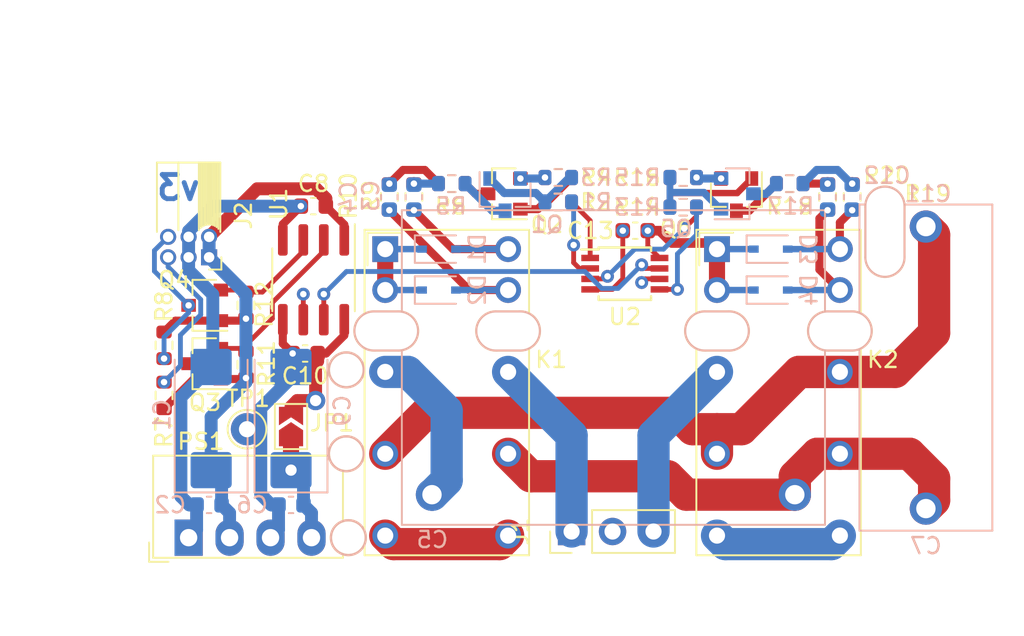
<source format=kicad_pcb>
(kicad_pcb (version 20171130) (host pcbnew "(5.1.10)-1")
  (layers (0 F.Cu signal) (1 In1.Cu signal) (2 In2.Cu signal) (31 B.Cu signal) (34 B.Paste user) (35 F.Paste user) (36 B.SilkS user) (37 F.SilkS user) (38 B.Mask user) (39 F.Mask user) (44 Edge.Cuts user))
  (net 0 "")
  (net 1 "Net-(C3-Pad2)")
  (net 2 "Net-(C3-Pad1)")
  (net 3 "Net-(C4-Pad2)")
  (net 4 "Net-(C4-Pad1)")
  (net 5 GND1)
  (net 6 +5P)
  (net 7 "Net-(C11-Pad1)")
  (net 8 GND2)
  (net 9 +5VP)
  (net 10 "Net-(J1-Pad1)")
  (net 11 /scl0)
  (net 12 /sda0)
  (net 13 "Net-(K1-Pad8)")
  (net 14 "Net-(K2-Pad8)")
  (net 15 /I2C_SDA)
  (net 16 /I2C_SCL)
  (net 17 "Net-(Q5-Pad1)")
  (net 18 "Net-(Q6-Pad1)")
  (net 19 /K1_set)
  (net 20 /K1_rst)
  (net 21 /K2_set)
  (net 22 /K2_rst)
  (net 23 "Net-(J1-Pad3)")
  (net 24 "Net-(Q5-Pad3)")
  (net 25 "Net-(Q6-Pad3)")
  (net 26 "Net-(C5-Pad2)")
  (net 27 "Net-(C5-Pad1)")
  (net 28 "Net-(C6-Pad2)")
  (net 29 "Net-(C7-Pad1)")
  (net 30 "Net-(C11-Pad2)")
  (net 31 "Net-(C12-Pad2)")
  (net 32 "Net-(C12-Pad1)")
  (net 33 "Net-(Q1-Pad3)")
  (net 34 "Net-(Q1-Pad1)")
  (net 35 "Net-(Q2-Pad3)")
  (net 36 "Net-(Q2-Pad1)")
  (net 37 "Net-(Q3-Pad2)")
  (net 38 "Net-(Q4-Pad2)")
  (module Modules:MountingHole_2.29x5.46mm (layer F.Cu) (at 103.101 59.3625)
    (fp_text reference REF** hide)
    (fp_text value MountingHole_2.29x5.46mm hide)
    (pad "" np_thru_hole oval (at 0 0) (size 2.29 5.46) (drill oval 2.29 5.46) (layers *.Cu *.Mask))
  )
  (module Modules:MountingHole_2.29x3.81mm (layer F.Cu) (at 100.307 65.522)
    (fp_text reference REF** hide)
    (fp_text value MountingHole_2.29x3.81mm hide)
    (pad "" np_thru_hole oval (at 0 0 90) (size 2.29 3.81) (drill oval 2.29 3.81) (layers *.Cu *.Mask))
  )
  (module Modules:MountingHole_2.29x3.81mm (layer F.Cu) (at 92.687 65.522)
    (fp_text reference REF** hide)
    (fp_text value MountingHole_2.29x3.81mm hide)
    (pad "" np_thru_hole oval (at 0 0 90) (size 2.29 3.81) (drill oval 2.29 3.81) (layers *.Cu *.Mask))
  )
  (module Modules:MountingHole_2.29x3.81mm (layer F.Cu) (at 79.733 65.522)
    (fp_text reference REF** hide)
    (fp_text value MountingHole_2.29x3.81mm hide)
    (pad "" np_thru_hole oval (at 0 0 90) (size 2.29 3.81) (drill oval 2.29 3.81) (layers *.Cu *.Mask))
  )
  (module Modules:MountingHole_2.29x3.81mm (layer F.Cu) (at 72.1765 65.522)
    (fp_text reference REF** hide)
    (fp_text value MountingHole_2.29x3.81mm hide)
    (pad "" np_thru_hole oval (at 0 0 90) (size 2.29 3.81) (drill oval 2.29 3.81) (layers *.Cu *.Mask))
  )
  (module Modules:MountingHole_D2.0mm (layer F.Cu) (at 69.7 67.935)
    (fp_text reference REF** hide)
    (fp_text value MountingHole_D2.0mm hide)
    (pad "" np_thru_hole circle (at 0 0 90) (size 2 2) (drill 2) (layers *.Cu *.Mask))
  )
  (module Modules:MountingHole_D2.0mm (layer F.Cu) (at 69.7 73.142)
    (fp_text reference REF** hide)
    (fp_text value MountingHole_D2.0mm hide)
    (pad "" np_thru_hole circle (at 0 0 90) (size 2 2) (drill 2) (layers *.Cu *.Mask))
  )
  (module Modules:MountingHole_D2.0mm (layer F.Cu) (at 69.827 78.349)
    (fp_text reference REF** hide)
    (fp_text value MountingHole_D2.0mm hide)
    (pad "" np_thru_hole circle (at 0 0 90) (size 2 2) (drill 2) (layers *.Cu *.Mask))
  )
  (module Connector_PinSocket_1.27mm:PinSocket_2x03_P1.27mm_Horizontal (layer F.Cu) (at 61.191 60.95 270)
    (fp_text reference J2 (at -2.5925 -2.135 90) (layer F.SilkS))
    (fp_text value Dig_mod_iface)
    (pad 6 thru_hole oval (at -1.27 2.54 270) (size 1 1) (drill 0.65) (layers *.Cu *.Mask) (net 11 /scl0))
    (pad 5 thru_hole oval (at 0 2.54 270) (size 1 1) (drill 0.65) (layers *.Cu *.Mask) (net 12 /sda0))
    (pad 4 thru_hole oval (at -1.27 1.27 270) (size 1 1) (drill 0.65) (layers *.Cu *.Mask) (net 5 GND1))
    (pad 3 thru_hole oval (at 0 1.27 270) (size 1 1) (drill 0.65) (layers *.Cu *.Mask) (net 5 GND1))
    (pad 2 thru_hole oval (at -1.27 0 270) (size 1 1) (drill 0.65) (layers *.Cu *.Mask) (net 6 +5P))
    (pad 1 thru_hole rect (at 0 0 270) (size 1 1) (drill 0.65) (layers *.Cu *.Mask) (net 6 +5P))
  )
  (module Modules:C_K73-17_W26.0mm_H15.0mm_T9.0mm_P22.5mm_d0.8mm_Horiz2 (layer B.Cu) (at 75.013 75.682)
    (fp_text reference C5 (at 0.021 2.794) (layer B.SilkS) (effects (justify mirror)))
    (fp_text value 0.47uF)
    (pad 2 thru_hole circle (at 22.5 0) (size 2 2) (drill 1.2) (layers *.Cu *.Mask) (net 26 "Net-(C5-Pad2)"))
    (pad 1 thru_hole circle (at 0 0) (size 2 2) (drill 1.2) (layers *.Cu *.Mask) (net 27 "Net-(C5-Pad1)"))
  )
  (module Package_SO:SOIC-8_3.9x4.9mm_P1.27mm (layer F.Cu) (at 67.668 62.347 270)
    (fp_text reference U1 (at -4.699 2.159 270) (layer F.SilkS))
    (fp_text value ADuM1251ARZ)
    (pad 8 smd roundrect (at 2.475 -1.905 270) (size 1.95 0.6) (layers F.Cu F.Paste F.Mask) (net 9 +5VP))
    (pad 7 smd roundrect (at 2.475 -0.635 270) (size 1.95 0.6) (layers F.Cu F.Paste F.Mask) (net 15 /I2C_SDA))
    (pad 6 smd roundrect (at 2.475 0.635 270) (size 1.95 0.6) (layers F.Cu F.Paste F.Mask) (net 16 /I2C_SCL))
    (pad 5 smd roundrect (at 2.475 1.905 270) (size 1.95 0.6) (layers F.Cu F.Paste F.Mask) (net 8 GND2))
    (pad 4 smd roundrect (at -2.475 1.905 270) (size 1.95 0.6) (layers F.Cu F.Paste F.Mask) (net 5 GND1))
    (pad 3 smd roundrect (at -2.475 0.635 270) (size 1.95 0.6) (layers F.Cu F.Paste F.Mask) (net 38 "Net-(Q4-Pad2)"))
    (pad 2 smd roundrect (at -2.475 -0.635 270) (size 1.95 0.6) (layers F.Cu F.Paste F.Mask) (net 37 "Net-(Q3-Pad2)"))
    (pad 1 smd roundrect (at -2.475 -1.905 270) (size 1.95 0.6) (layers F.Cu F.Paste F.Mask) (net 6 +5P))
  )
  (module Resistor_SMD:R_0603_1608Metric (layer F.Cu) (at 90.592 55.997)
    (fp_text reference R16 (at -2.858 0 -180) (layer F.SilkS))
    (fp_text value 20k)
    (pad 2 smd roundrect (at 0.825 0) (size 0.8 0.95) (layers F.Cu F.Paste F.Mask) (net 8 GND2))
    (pad 1 smd roundrect (at -0.825 0) (size 0.8 0.95) (layers F.Cu F.Paste F.Mask) (net 18 "Net-(Q6-Pad1)"))
  )
  (module Resistor_SMD:R_0603_1608Metric (layer B.Cu) (at 90.592 55.997)
    (fp_text reference R15 (at -2.858 0) (layer B.SilkS) (effects (justify mirror)))
    (fp_text value 20k)
    (pad 2 smd roundrect (at 0.825 0) (size 0.8 0.95) (layers B.Cu B.Paste B.Mask) (net 8 GND2))
    (pad 1 smd roundrect (at -0.825 0) (size 0.8 0.95) (layers B.Cu B.Paste B.Mask) (net 17 "Net-(Q5-Pad1)"))
  )
  (module Resistor_SMD:R_0603_1608Metric (layer F.Cu) (at 90.591 57.8385)
    (fp_text reference R14 (at -2.857 0 -180) (layer F.SilkS))
    (fp_text value 1k)
    (pad 2 smd roundrect (at 0.825 0) (size 0.8 0.95) (layers F.Cu F.Paste F.Mask) (net 22 /K2_rst))
    (pad 1 smd roundrect (at -0.825 0) (size 0.8 0.95) (layers F.Cu F.Paste F.Mask) (net 18 "Net-(Q6-Pad1)"))
  )
  (module Resistor_SMD:R_0603_1608Metric (layer B.Cu) (at 90.591 57.8385)
    (fp_text reference R13 (at -2.857 0) (layer B.SilkS) (effects (justify mirror)))
    (fp_text value 1k)
    (pad 2 smd roundrect (at 0.825 0) (size 0.8 0.95) (layers B.Cu B.Paste B.Mask) (net 21 /K2_set))
    (pad 1 smd roundrect (at -0.825 0) (size 0.8 0.95) (layers B.Cu B.Paste B.Mask) (net 17 "Net-(Q5-Pad1)"))
  )
  (module Resistor_SMD:R_0603_1608Metric (layer F.Cu) (at 82.844 55.997 180)
    (fp_text reference R4 (at -2.35 0) (layer F.SilkS))
    (fp_text value 20k)
    (pad 2 smd roundrect (at 0.825 0 180) (size 0.8 0.95) (layers F.Cu F.Paste F.Mask) (net 8 GND2))
    (pad 1 smd roundrect (at -0.825 0 180) (size 0.8 0.95) (layers F.Cu F.Paste F.Mask) (net 36 "Net-(Q2-Pad1)"))
  )
  (module Resistor_SMD:R_0603_1608Metric (layer F.Cu) (at 82.844 57.521)
    (fp_text reference R2 (at 2.35 0) (layer F.SilkS))
    (fp_text value 1k)
    (pad 2 smd roundrect (at 0.825 0) (size 0.8 0.95) (layers F.Cu F.Paste F.Mask) (net 20 /K1_rst))
    (pad 1 smd roundrect (at -0.825 0) (size 0.8 0.95) (layers F.Cu F.Paste F.Mask) (net 36 "Net-(Q2-Pad1)"))
  )
  (module Resistor_SMD:R_0603_1608Metric (layer B.Cu) (at 82.844 55.997 180)
    (fp_text reference R3 (at -2.35 0) (layer B.SilkS) (effects (justify mirror)))
    (fp_text value 20k)
    (pad 2 smd roundrect (at 0.825 0 180) (size 0.8 0.95) (layers B.Cu B.Paste B.Mask) (net 8 GND2))
    (pad 1 smd roundrect (at -0.825 0 180) (size 0.8 0.95) (layers B.Cu B.Paste B.Mask) (net 34 "Net-(Q1-Pad1)"))
  )
  (module Resistor_SMD:R_0603_1608Metric (layer B.Cu) (at 82.844 57.521)
    (fp_text reference R1 (at 2.35 0) (layer B.SilkS) (effects (justify mirror)))
    (fp_text value 1k)
    (pad 2 smd roundrect (at 0.825 0) (size 0.8 0.95) (layers B.Cu B.Paste B.Mask) (net 19 /K1_set))
    (pad 1 smd roundrect (at -0.825 0) (size 0.8 0.95) (layers B.Cu B.Paste B.Mask) (net 34 "Net-(Q1-Pad1)"))
  )
  (module Package_TO_SOT_SMD:SOT-23 (layer F.Cu) (at 93.891 57.0605 270)
    (fp_text reference Q6 (at 2.1115 3.744) (layer F.SilkS))
    (fp_text value 2N5551S)
    (pad 3 smd rect (at 1 0 270) (size 0.9 0.8) (layers F.Cu F.Paste F.Mask) (net 25 "Net-(Q6-Pad3)"))
    (pad 2 smd rect (at -1 0.95 270) (size 0.9 0.8) (layers F.Cu F.Paste F.Mask) (net 8 GND2))
    (pad 1 smd rect (at -1 -0.95 270) (size 0.9 0.8) (layers F.Cu F.Paste F.Mask) (net 18 "Net-(Q6-Pad1)"))
  )
  (module Package_TO_SOT_SMD:SOT-23 (layer B.Cu) (at 93.941 57.0105)
    (fp_text reference Q5 (at -3.794 2.1615) (layer B.SilkS) (effects (justify mirror)))
    (fp_text value 2N5551S)
    (pad 3 smd rect (at 1 0) (size 0.9 0.8) (layers B.Cu B.Paste B.Mask) (net 24 "Net-(Q5-Pad3)"))
    (pad 2 smd rect (at -1 -0.95) (size 0.9 0.8) (layers B.Cu B.Paste B.Mask) (net 8 GND2))
    (pad 1 smd rect (at -1 0.95) (size 0.9 0.8) (layers B.Cu B.Paste B.Mask) (net 17 "Net-(Q5-Pad1)"))
  )
  (module Package_TO_SOT_SMD:SOT-23 (layer F.Cu) (at 79.495 57.0105 180)
    (fp_text reference Q2 (at -2.651 -1.9075) (layer F.SilkS))
    (fp_text value 2N5551S)
    (pad 3 smd rect (at 1 0 180) (size 0.9 0.8) (layers F.Cu F.Paste F.Mask) (net 35 "Net-(Q2-Pad3)"))
    (pad 2 smd rect (at -1 0.95 180) (size 0.9 0.8) (layers F.Cu F.Paste F.Mask) (net 8 GND2))
    (pad 1 smd rect (at -1 -0.95 180) (size 0.9 0.8) (layers F.Cu F.Paste F.Mask) (net 36 "Net-(Q2-Pad1)"))
  )
  (module Package_TO_SOT_SMD:SOT-23 (layer B.Cu) (at 79.545 57.0605 270)
    (fp_text reference Q1 (at 1.8575 -2.601 180) (layer B.SilkS) (effects (justify mirror)))
    (fp_text value 2N5551S)
    (pad 3 smd rect (at 1 0 270) (size 0.9 0.8) (layers B.Cu B.Paste B.Mask) (net 33 "Net-(Q1-Pad3)"))
    (pad 2 smd rect (at -1 -0.95 270) (size 0.9 0.8) (layers B.Cu B.Paste B.Mask) (net 8 GND2))
    (pad 1 smd rect (at -1 0.95 270) (size 0.9 0.8) (layers B.Cu B.Paste B.Mask) (net 34 "Net-(Q1-Pad1)"))
  )
  (module Capacitor_SMD:C_0603_1608Metric (layer F.Cu) (at 67.147 66.919)
    (fp_text reference C10 (at 0 1.397) (layer F.SilkS))
    (fp_text value 100nF)
    (pad 2 smd roundrect (at 0.775 0) (size 0.9 0.95) (layers F.Cu F.Paste F.Mask) (net 9 +5VP))
    (pad 1 smd roundrect (at -0.775 0) (size 0.9 0.95) (layers F.Cu F.Paste F.Mask) (net 8 GND2))
  )
  (module Capacitor_SMD:C_0603_1608Metric (layer F.Cu) (at 67.655 57.775)
    (fp_text reference C8 (at 0.013 -1.397) (layer F.SilkS))
    (fp_text value 100nF)
    (pad 2 smd roundrect (at 0.775 0) (size 0.9 0.95) (layers F.Cu F.Paste F.Mask) (net 6 +5P))
    (pad 1 smd roundrect (at -0.775 0) (size 0.9 0.95) (layers F.Cu F.Paste F.Mask) (net 5 GND1))
  )
  (module Modules:HFD2-005-S-L2-D (layer F.Cu) (at 92.687 60.442 270)
    (fp_text reference K2 (at 6.858 -10.287) (layer F.SilkS))
    (fp_text value HFD2_005-S-L2-D_Split)
    (pad 1 thru_hole rect (at 0 0 270) (size 1.6 1.6) (drill 1) (layers *.Cu *.Mask) (net 9 +5VP))
    (pad 2 thru_hole circle (at 2.54 0 270) (size 1.6 1.6) (drill 1) (layers *.Cu *.Mask) (net 9 +5VP))
    (pad 4 thru_hole circle (at 7.62 0 270) (size 1.6 1.6) (drill 1) (layers *.Cu *.Mask) (net 23 "Net-(J1-Pad3)"))
    (pad 6 thru_hole circle (at 12.7 0 270) (size 1.6 1.6) (drill 1) (layers *.Cu *.Mask) (net 29 "Net-(C7-Pad1)"))
    (pad 8 thru_hole circle (at 17.78 0 270) (size 1.6 1.6) (drill 1) (layers *.Cu *.Mask) (net 14 "Net-(K2-Pad8)"))
    (pad 9 thru_hole circle (at 17.78 -7.62 270) (size 1.6 1.6) (drill 1) (layers *.Cu *.Mask) (net 14 "Net-(K2-Pad8)"))
    (pad 11 thru_hole circle (at 12.7 -7.62 270) (size 1.6 1.6) (drill 1) (layers *.Cu *.Mask) (net 26 "Net-(C5-Pad2)"))
    (pad 13 thru_hole circle (at 7.62 -7.62 270) (size 1.6 1.6) (drill 1) (layers *.Cu *.Mask) (net 29 "Net-(C7-Pad1)"))
    (pad 15 thru_hole circle (at 2.54 -7.62 270) (size 1.6 1.6) (drill 1) (layers *.Cu *.Mask) (net 31 "Net-(C12-Pad2)"))
    (pad 16 thru_hole circle (at 0 -7.62 270) (size 1.6 1.6) (drill 1) (layers *.Cu *.Mask) (net 30 "Net-(C11-Pad2)"))
  )
  (module Modules:PinHeader_1x03_P2.54mm (layer F.Cu) (at 83.67 77.968 90)
    (fp_text reference J1 (at 0 -3.175 270) (layer F.SilkS))
    (fp_text value Load2)
    (pad 1 thru_hole rect (at 0 0 90) (size 1.7 1.7) (drill 1) (layers *.Cu *.Mask) (net 10 "Net-(J1-Pad1)"))
    (pad 2 thru_hole oval (at 0 2.54 90) (size 1.7 1.7) (drill 1) (layers *.Cu *.Mask))
    (pad 3 thru_hole oval (at 0 5.08 90) (size 1.7 1.7) (drill 1) (layers *.Cu *.Mask) (net 23 "Net-(J1-Pad3)"))
  )
  (module Package_SO:TSSOP-8_3x3mm_P0.65mm (layer F.Cu) (at 86.972 61.966)
    (fp_text reference U2 (at 0 2.667 180) (layer F.SilkS))
    (fp_text value PCA9536DP)
    (pad 8 smd rect (at 2.15 -0.975) (size 1.1 0.4) (layers F.Cu F.Paste F.Mask) (net 9 +5VP))
    (pad 7 smd rect (at 2.15 -0.325) (size 1.1 0.4) (layers F.Cu F.Paste F.Mask) (net 15 /I2C_SDA))
    (pad 6 smd rect (at 2.15 0.325) (size 1.1 0.4) (layers F.Cu F.Paste F.Mask) (net 16 /I2C_SCL))
    (pad 5 smd rect (at 2.15 0.975) (size 1.1 0.4) (layers F.Cu F.Paste F.Mask) (net 21 /K2_set))
    (pad 4 smd rect (at -2.15 0.975) (size 1.1 0.4) (layers F.Cu F.Paste F.Mask) (net 8 GND2))
    (pad 3 smd rect (at -2.15 0.325) (size 1.1 0.4) (layers F.Cu F.Paste F.Mask) (net 22 /K2_rst))
    (pad 2 smd rect (at -2.15 -0.325) (size 1.1 0.4) (layers F.Cu F.Paste F.Mask) (net 19 /K1_set))
    (pad 1 smd rect (at -2.15 -0.975) (size 1.1 0.4) (layers F.Cu F.Paste F.Mask) (net 20 /K1_rst))
  )
  (module TestPoint:TestPoint_THTPad_D2.0mm_Drill1.0mm (layer F.Cu) (at 63.5405 71.618)
    (fp_text reference TP1 (at 0.0635 -1.905) (layer F.SilkS))
    (fp_text value GND)
    (pad 1 thru_hole circle (at 0 0) (size 2 2) (drill 1) (layers *.Cu *.Mask) (net 8 GND2))
  )
  (module Resistor_SMD:R_0603_1608Metric (layer F.Cu) (at 63.477 63.934 270)
    (fp_text reference R12 (at -0.063 -1.143 270) (layer F.SilkS))
    (fp_text value 10k)
    (pad 2 smd roundrect (at 0.825 0 270) (size 0.8 0.95) (layers F.Cu F.Paste F.Mask) (net 6 +5P))
    (pad 1 smd roundrect (at -0.825 0 270) (size 0.8 0.95) (layers F.Cu F.Paste F.Mask) (net 38 "Net-(Q4-Pad2)"))
  )
  (module Resistor_SMD:R_0603_1608Metric (layer F.Cu) (at 63.477 67.617 270)
    (fp_text reference R11 (at -0.063 -1.27 270) (layer F.SilkS))
    (fp_text value 10k)
    (pad 2 smd roundrect (at 0.825 0 270) (size 0.8 0.95) (layers F.Cu F.Paste F.Mask) (net 6 +5P))
    (pad 1 smd roundrect (at -0.825 0 270) (size 0.8 0.95) (layers F.Cu F.Paste F.Mask) (net 37 "Net-(Q3-Pad2)"))
  )
  (module Resistor_SMD:R_0603_1608Metric (layer F.Cu) (at 58.397 66.4115 90)
    (fp_text reference R8 (at 2.413 0 90) (layer F.SilkS))
    (fp_text value 10G)
    (pad 2 smd roundrect (at 0.825 0 90) (size 0.8 0.95) (layers F.Cu F.Paste F.Mask) (net 6 +5P))
    (pad 1 smd roundrect (at -0.825 0 90) (size 0.8 0.95) (layers F.Cu F.Paste F.Mask) (net 11 /scl0))
  )
  (module Resistor_SMD:R_0603_1608Metric (layer F.Cu) (at 58.397 69.522 270)
    (fp_text reference R7 (at 2.286 0 90) (layer F.SilkS))
    (fp_text value 10G)
    (pad 2 smd roundrect (at 0.825 0 270) (size 0.8 0.95) (layers F.Cu F.Paste F.Mask) (net 6 +5P))
    (pad 1 smd roundrect (at -0.825 0 270) (size 0.8 0.95) (layers F.Cu F.Paste F.Mask) (net 12 /sda0))
  )
  (module Resistor_SMD:R_0603_1608Metric (layer F.Cu) (at 99.545 57.204 270)
    (fp_text reference R20 (at -1.334 -3.683) (layer F.SilkS))
    (fp_text value 820)
    (pad 2 smd roundrect (at 0.825 0 270) (size 0.8 0.95) (layers F.Cu F.Paste F.Mask) (net 31 "Net-(C12-Pad2)"))
    (pad 1 smd roundrect (at -0.825 0 270) (size 0.8 0.95) (layers F.Cu F.Paste F.Mask) (net 32 "Net-(C12-Pad1)"))
  )
  (module Resistor_SMD:R_0603_1608Metric (layer F.Cu) (at 101.069 57.204 270)
    (fp_text reference R19 (at -0.191 -4.699 180) (layer F.SilkS))
    (fp_text value 820)
    (pad 2 smd roundrect (at 0.825 0 270) (size 0.8 0.95) (layers F.Cu F.Paste F.Mask) (net 30 "Net-(C11-Pad2)"))
    (pad 1 smd roundrect (at -0.825 0 270) (size 0.8 0.95) (layers F.Cu F.Paste F.Mask) (net 7 "Net-(C11-Pad1)"))
  )
  (module Resistor_SMD:R_0603_1608Metric (layer F.Cu) (at 72.367 57.204 270)
    (fp_text reference R10 (at -0.064 2.54 90) (layer F.SilkS))
    (fp_text value 820)
    (pad 2 smd roundrect (at 0.825 0 270) (size 0.8 0.95) (layers F.Cu F.Paste F.Mask) (net 3 "Net-(C4-Pad2)"))
    (pad 1 smd roundrect (at -0.825 0 270) (size 0.8 0.95) (layers F.Cu F.Paste F.Mask) (net 4 "Net-(C4-Pad1)"))
  )
  (module Resistor_SMD:R_0603_1608Metric (layer F.Cu) (at 73.891 57.204 270)
    (fp_text reference R9 (at -0.064 2.667 270) (layer F.SilkS))
    (fp_text value 820)
    (pad 2 smd roundrect (at 0.825 0 270) (size 0.8 0.95) (layers F.Cu F.Paste F.Mask) (net 1 "Net-(C3-Pad2)"))
    (pad 1 smd roundrect (at -0.825 0 270) (size 0.8 0.95) (layers F.Cu F.Paste F.Mask) (net 2 "Net-(C3-Pad1)"))
  )
  (module Resistor_SMD:R_0603_1608Metric (layer F.Cu) (at 97.196 56.378)
    (fp_text reference R18 (at -0.0005 1.397 -180) (layer F.SilkS))
    (fp_text value 47)
    (pad 2 smd roundrect (at 0.825 0) (size 0.8 0.95) (layers F.Cu F.Paste F.Mask) (net 32 "Net-(C12-Pad1)"))
    (pad 1 smd roundrect (at -0.825 0) (size 0.8 0.95) (layers F.Cu F.Paste F.Mask) (net 25 "Net-(Q6-Pad3)"))
  )
  (module Resistor_SMD:R_0603_1608Metric (layer B.Cu) (at 97.196 56.378)
    (fp_text reference R17 (at 0.063 1.397) (layer B.SilkS) (effects (justify mirror)))
    (fp_text value 47)
    (pad 2 smd roundrect (at 0.825 0) (size 0.8 0.95) (layers B.Cu B.Paste B.Mask) (net 7 "Net-(C11-Pad1)"))
    (pad 1 smd roundrect (at -0.825 0) (size 0.8 0.95) (layers B.Cu B.Paste B.Mask) (net 24 "Net-(Q5-Pad3)"))
  )
  (module Resistor_SMD:R_0603_1608Metric (layer F.Cu) (at 76.24 56.378 180)
    (fp_text reference R6 (at 0.063 -1.397 180) (layer F.SilkS))
    (fp_text value 47)
    (pad 2 smd roundrect (at 0.825 0 180) (size 0.8 0.95) (layers F.Cu F.Paste F.Mask) (net 4 "Net-(C4-Pad1)"))
    (pad 1 smd roundrect (at -0.825 0 180) (size 0.8 0.95) (layers F.Cu F.Paste F.Mask) (net 35 "Net-(Q2-Pad3)"))
  )
  (module Resistor_SMD:R_0603_1608Metric (layer B.Cu) (at 76.24 56.378 180)
    (fp_text reference R5 (at 0.063 -1.397) (layer B.SilkS) (effects (justify mirror)))
    (fp_text value 47)
    (pad 2 smd roundrect (at 0.825 0 180) (size 0.8 0.95) (layers B.Cu B.Paste B.Mask) (net 2 "Net-(C3-Pad1)"))
    (pad 1 smd roundrect (at -0.825 0 180) (size 0.8 0.95) (layers B.Cu B.Paste B.Mask) (net 33 "Net-(Q1-Pad3)"))
  )
  (module Package_TO_SOT_SMD:SOT-23 (layer F.Cu) (at 60.921 63.932 180)
    (fp_text reference Q4 (at 1.889 1.585 180) (layer F.SilkS))
    (fp_text value BSS138)
    (pad 3 smd rect (at 1 0 180) (size 0.9 0.8) (layers F.Cu F.Paste F.Mask) (net 11 /scl0))
    (pad 2 smd rect (at -1 0.95 180) (size 0.9 0.8) (layers F.Cu F.Paste F.Mask) (net 38 "Net-(Q4-Pad2)"))
    (pad 1 smd rect (at -1 -0.95 180) (size 0.9 0.8) (layers F.Cu F.Paste F.Mask) (net 6 +5P))
  )
  (module Package_TO_SOT_SMD:SOT-23 (layer F.Cu) (at 60.921 67.554 180)
    (fp_text reference Q3 (at -0.016 -2.413 180) (layer F.SilkS))
    (fp_text value BSS138)
    (pad 3 smd rect (at 1 0 180) (size 0.9 0.8) (layers F.Cu F.Paste F.Mask) (net 12 /sda0))
    (pad 2 smd rect (at -1 0.95 180) (size 0.9 0.8) (layers F.Cu F.Paste F.Mask) (net 37 "Net-(Q3-Pad2)"))
    (pad 1 smd rect (at -1 -0.95 180) (size 0.9 0.8) (layers F.Cu F.Paste F.Mask) (net 6 +5P))
  )
  (module Modules:B0505S (layer F.Cu) (at 59.921 78.349 90)
    (fp_text reference PS1 (at 5.969 0.762 180) (layer F.SilkS))
    (fp_text value B0505S)
    (pad 4 thru_hole oval (at 0 7.62) (size 1.75 2.25) (drill 1.075) (layers *.Cu *.Mask) (net 28 "Net-(C6-Pad2)"))
    (pad 3 thru_hole oval (at 0 5.08) (size 1.75 2.25) (drill 1.075) (layers *.Cu *.Mask) (net 8 GND2))
    (pad 2 thru_hole oval (at 0 2.54) (size 1.75 2.25) (drill 1.075) (layers *.Cu *.Mask) (net 6 +5P))
    (pad 1 thru_hole rect (at 0 0) (size 1.75 2.25) (drill 1.075) (layers *.Cu *.Mask) (net 5 GND1))
  )
  (module Modules:HFD2-005-S-L2-D (layer F.Cu) (at 72.113 60.442 270)
    (fp_text reference K1 (at 6.858 -10.287) (layer F.SilkS))
    (fp_text value HFD2_005-S-L2-D_Split)
    (pad 16 thru_hole circle (at 0 -7.62 270) (size 1.6 1.6) (drill 1) (layers *.Cu *.Mask) (net 1 "Net-(C3-Pad2)"))
    (pad 15 thru_hole circle (at 2.54 -7.62 270) (size 1.6 1.6) (drill 1) (layers *.Cu *.Mask) (net 3 "Net-(C4-Pad2)"))
    (pad 13 thru_hole circle (at 7.62 -7.62 270) (size 1.6 1.6) (drill 1) (layers *.Cu *.Mask) (net 10 "Net-(J1-Pad1)"))
    (pad 11 thru_hole circle (at 12.7 -7.62 270) (size 1.6 1.6) (drill 1) (layers *.Cu *.Mask) (net 26 "Net-(C5-Pad2)"))
    (pad 9 thru_hole circle (at 17.78 -7.62 270) (size 1.6 1.6) (drill 1) (layers *.Cu *.Mask) (net 13 "Net-(K1-Pad8)"))
    (pad 8 thru_hole circle (at 17.78 0 270) (size 1.6 1.6) (drill 1) (layers *.Cu *.Mask) (net 13 "Net-(K1-Pad8)"))
    (pad 6 thru_hole circle (at 12.7 0 270) (size 1.6 1.6) (drill 1) (layers *.Cu *.Mask) (net 29 "Net-(C7-Pad1)"))
    (pad 4 thru_hole circle (at 7.62 0 270) (size 1.6 1.6) (drill 1) (layers *.Cu *.Mask) (net 27 "Net-(C5-Pad1)"))
    (pad 2 thru_hole circle (at 2.54 0 270) (size 1.6 1.6) (drill 1) (layers *.Cu *.Mask) (net 9 +5VP))
    (pad 1 thru_hole rect (at 0 0 270) (size 1.6 1.6) (drill 1) (layers *.Cu *.Mask) (net 9 +5VP))
  )
  (module Jumper:SolderJumper-2_P1.3mm_Open_TrianglePad1.0x1.5mm (layer F.Cu) (at 66.271 71.454 90)
    (fp_text reference JP1 (at 0.217 2.54 180) (layer F.SilkS))
    (fp_text value 5P_en)
    (pad 1 smd custom (at -0.725 0 90) (size 0.3 0.3) (layers F.Cu F.Mask) (net 28 "Net-(C6-Pad2)") (options (clearance outline) (anchor rect)) (primitives (gr_poly (pts (xy -0.5 -0.75) (xy 0.5 -0.75) (xy 1 0) (xy 0.5 0.75) (xy -0.5 0.75)) (width 0))))
    (pad 2 smd custom (at 0.725 0 90) (size 0.3 0.3) (layers F.Cu F.Mask) (net 9 +5VP) (options (clearance outline) (anchor rect)) (primitives (gr_poly (pts (xy -0.65 -0.75) (xy 0.5 -0.75) (xy 0.5 0.75) (xy -0.65 0.75) (xy -0.15 0)) (width 0))))
  )
  (module Diode_SMD:D_SOD-323 (layer B.Cu) (at 96.023 62.982)
    (fp_text reference D4 (at 2.379 0 270) (layer B.SilkS) (effects (justify mirror)))
    (fp_text value 1N4148WS)
    (pad 2 smd rect (at 1.05 0) (size 0.6 0.45) (layers B.Cu B.Paste B.Mask) (net 31 "Net-(C12-Pad2)"))
    (pad 1 smd rect (at -1.05 0) (size 0.6 0.45) (layers B.Cu B.Paste B.Mask) (net 9 +5VP))
  )
  (module Diode_SMD:D_SOD-323 (layer B.Cu) (at 96.023 60.442)
    (fp_text reference D3 (at 2.379 0 90) (layer B.SilkS) (effects (justify mirror)))
    (fp_text value 1N4148WS)
    (pad 2 smd rect (at 1.05 0) (size 0.6 0.45) (layers B.Cu B.Paste B.Mask) (net 30 "Net-(C11-Pad2)"))
    (pad 1 smd rect (at -1.05 0) (size 0.6 0.45) (layers B.Cu B.Paste B.Mask) (net 9 +5VP))
  )
  (module Diode_SMD:D_SOD-323 (layer B.Cu) (at 75.449 62.982)
    (fp_text reference D2 (at 2.379 0 270) (layer B.SilkS) (effects (justify mirror)))
    (fp_text value 1N4148WS)
    (pad 2 smd rect (at 1.05 0) (size 0.6 0.45) (layers B.Cu B.Paste B.Mask) (net 3 "Net-(C4-Pad2)"))
    (pad 1 smd rect (at -1.05 0) (size 0.6 0.45) (layers B.Cu B.Paste B.Mask) (net 9 +5VP))
  )
  (module Diode_SMD:D_SOD-323 (layer B.Cu) (at 75.449 60.442)
    (fp_text reference D1 (at 2.379 0 270) (layer B.SilkS) (effects (justify mirror)))
    (fp_text value 1N4148WS)
    (pad 2 smd rect (at 1.05 0) (size 0.6 0.45) (layers B.Cu B.Paste B.Mask) (net 1 "Net-(C3-Pad2)"))
    (pad 1 smd rect (at -1.05 0) (size 0.6 0.45) (layers B.Cu B.Paste B.Mask) (net 9 +5VP))
  )
  (module Capacitor_Tantalum_SMD:CP_EIA-7343-43_Kemet-X_Pad2.25x2.55mm_HandSolder (layer B.Cu) (at 66.271 70.958 90)
    (fp_text reference C9 (at 0.483 3.175 90) (layer B.SilkS) (effects (justify mirror)))
    (fp_text value 100uF)
    (pad 2 smd roundrect (at 3.2 0 90) (size 2.25 2.55) (layers B.Cu B.Paste B.Mask) (roundrect_rratio 0.1111106666666667) (net 8 GND2))
    (pad 1 smd roundrect (at -3.2 0 90) (size 2.25 2.55) (layers B.Cu B.Paste B.Mask) (roundrect_rratio 0.1111106666666667) (net 28 "Net-(C6-Pad2)"))
  )
  (module Modules:C_K73-17_W20.0mm_H14.5mm_T8.0mm_P17.5mm_d0.8mm (layer B.Cu) (at 105.641 59.045 270)
    (fp_text reference C7 (at 19.812 0) (layer B.SilkS) (effects (justify mirror)))
    (fp_text value 0.22uF)
    (pad 2 thru_hole circle (at 17.5 0 270) (size 2 2) (drill 1.2) (layers *.Cu *.Mask) (net 26 "Net-(C5-Pad2)"))
    (pad 1 thru_hole circle (at 0 0 270) (size 2 2) (drill 1.2) (layers *.Cu *.Mask) (net 29 "Net-(C7-Pad1)"))
  )
  (module Capacitor_SMD:C_0603_1608Metric (layer B.Cu) (at 66.271 76.317)
    (fp_text reference C6 (at -2.413 0) (layer B.SilkS) (effects (justify mirror)))
    (fp_text value 100nF)
    (pad 2 smd roundrect (at 0.775 0) (size 0.9 0.95) (layers B.Cu B.Paste B.Mask) (net 28 "Net-(C6-Pad2)"))
    (pad 1 smd roundrect (at -0.775 0) (size 0.9 0.95) (layers B.Cu B.Paste B.Mask) (net 8 GND2))
  )
  (module Capacitor_SMD:C_0603_1608Metric (layer F.Cu) (at 87.62 59.299 180)
    (fp_text reference C13 (at 2.781 0) (layer F.SilkS))
    (fp_text value 100nF)
    (pad 2 smd roundrect (at 0.775 0 180) (size 0.9 0.95) (layers F.Cu F.Paste F.Mask) (net 8 GND2))
    (pad 1 smd roundrect (at -0.775 0 180) (size 0.9 0.95) (layers F.Cu F.Paste F.Mask) (net 9 +5VP))
  )
  (module Capacitor_SMD:C_0603_1608Metric (layer B.Cu) (at 61.191 76.317)
    (fp_text reference C2 (at -2.413 0) (layer B.SilkS) (effects (justify mirror)))
    (fp_text value 100nF)
    (pad 2 smd roundrect (at 0.775 0) (size 0.9 0.95) (layers B.Cu B.Paste B.Mask) (net 6 +5P))
    (pad 1 smd roundrect (at -0.775 0) (size 0.9 0.95) (layers B.Cu B.Paste B.Mask) (net 5 GND1))
  )
  (module Capacitor_Tantalum_SMD:CP_EIA-7343-43_Kemet-X_Pad2.25x2.55mm_HandSolder (layer B.Cu) (at 61.318 70.958 90)
    (fp_text reference C1 (at 0.229 -3.048 90) (layer B.SilkS) (effects (justify mirror)))
    (fp_text value 10uF)
    (pad 2 smd roundrect (at 3.2 0 90) (size 2.25 2.55) (layers B.Cu B.Paste B.Mask) (roundrect_rratio 0.1111106666666667) (net 5 GND1))
    (pad 1 smd roundrect (at -3.2 0 90) (size 2.25 2.55) (layers B.Cu B.Paste B.Mask) (roundrect_rratio 0.1111106666666667) (net 6 +5P))
  )
  (module Capacitor_SMD:C_0603_1608Metric (layer B.Cu) (at 99.545 57.2165 270)
    (fp_text reference C12 (at -1.3465 -3.683) (layer B.SilkS) (effects (justify mirror)))
    (fp_text value 10uF)
    (pad 2 smd roundrect (at 0.775 0 270) (size 0.9 0.95) (layers B.Cu B.Paste B.Mask) (net 31 "Net-(C12-Pad2)"))
    (pad 1 smd roundrect (at -0.775 0 270) (size 0.9 0.95) (layers B.Cu B.Paste B.Mask) (net 32 "Net-(C12-Pad1)"))
  )
  (module Capacitor_SMD:C_0603_1608Metric (layer B.Cu) (at 101.069 57.2165 270)
    (fp_text reference C11 (at -0.2035 -4.699 180) (layer B.SilkS) (effects (justify mirror)))
    (fp_text value 10uF)
    (pad 2 smd roundrect (at 0.775 0 270) (size 0.9 0.95) (layers B.Cu B.Paste B.Mask) (net 30 "Net-(C11-Pad2)"))
    (pad 1 smd roundrect (at -0.775 0 270) (size 0.9 0.95) (layers B.Cu B.Paste B.Mask) (net 7 "Net-(C11-Pad1)"))
  )
  (module Capacitor_SMD:C_0603_1608Metric (layer B.Cu) (at 72.367 57.2165 270)
    (fp_text reference C4 (at 0 2.54 270) (layer B.SilkS) (effects (justify mirror)))
    (fp_text value 10uF)
    (pad 2 smd roundrect (at 0.775 0 270) (size 0.9 0.95) (layers B.Cu B.Paste B.Mask) (net 3 "Net-(C4-Pad2)"))
    (pad 1 smd roundrect (at -0.775 0 270) (size 0.9 0.95) (layers B.Cu B.Paste B.Mask) (net 4 "Net-(C4-Pad1)"))
  )
  (module Capacitor_SMD:C_0603_1608Metric (layer B.Cu) (at 73.891 57.2165 270)
    (fp_text reference C3 (at -0.0765 2.667 270) (layer B.SilkS) (effects (justify mirror)))
    (fp_text value 10uF)
    (pad 2 smd roundrect (at 0.775 0 270) (size 0.9 0.95) (layers B.Cu B.Paste B.Mask) (net 1 "Net-(C3-Pad2)"))
    (pad 1 smd roundrect (at -0.775 0 270) (size 0.9 0.95) (layers B.Cu B.Paste B.Mask) (net 2 "Net-(C3-Pad1)"))
  )
  (gr_circle (center 69.827 78.349) (end 70.9065 78.349) (layer B.SilkS) (width 0.15))
  (gr_circle (center 69.827 78.349) (end 69.827 77.2695) (layer F.SilkS) (width 0.15))
  (gr_circle (center 69.7 73.142) (end 70.7795 73.142) (layer B.SilkS) (width 0.15))
  (gr_circle (center 69.7 73.142) (end 69.7 72.0625) (layer F.SilkS) (width 0.15))
  (gr_circle (center 69.7 67.935) (end 70.7795 67.935) (layer B.SilkS) (width 0.15))
  (gr_circle (center 69.7 67.935) (end 69.7 66.8555) (layer F.SilkS) (width 0.15))
  (gr_line (start 104.305619 60.882651) (end 104.3075 57.775) (layer B.SilkS) (width 0.15))
  (gr_line (start 101.8945 60.95) (end 101.896358 57.841924) (layer B.SilkS) (width 0.15))
  (gr_arc (start 103.101 60.95) (end 101.8945 60.95) (angle -183.2) (layer B.SilkS) (width 0.15))
  (gr_line (start 104.305642 60.883076) (end 104.3075 57.775) (layer F.SilkS) (width 0.15))
  (gr_line (start 101.8945 60.95) (end 101.896358 57.841924) (layer F.SilkS) (width 0.15))
  (gr_arc (start 103.101 57.775) (end 104.3075 57.775) (angle -183.2) (layer B.SilkS) (width 0.15))
  (gr_arc (start 103.101 60.95) (end 101.8945 60.95) (angle -183.1798038) (layer F.SilkS) (width 0.15))
  (gr_arc (start 103.101 57.775) (end 104.3075 57.775) (angle -183.1798038) (layer F.SilkS) (width 0.15))
  (gr_line (start 99.611924 66.726642) (end 101.069 66.7285) (layer B.SilkS) (width 0.15))
  (gr_line (start 99.545 64.3155) (end 101.002076 64.317358) (layer B.SilkS) (width 0.15))
  (gr_arc (start 99.545 65.522) (end 99.545 64.3155) (angle -183.2) (layer B.SilkS) (width 0.15))
  (gr_line (start 99.611924 66.726642) (end 101.069 66.7285) (layer F.SilkS) (width 0.15))
  (gr_line (start 99.545 64.3155) (end 101.002076 64.317358) (layer F.SilkS) (width 0.15))
  (gr_arc (start 101.069 65.522) (end 101.069 66.7285) (angle -183.2) (layer B.SilkS) (width 0.15))
  (gr_arc (start 99.545 65.522) (end 99.545 64.3155) (angle -183.1798038) (layer F.SilkS) (width 0.15))
  (gr_arc (start 101.069 65.522) (end 101.069 66.7285) (angle -183.1798038) (layer F.SilkS) (width 0.15))
  (gr_line (start 91.991924 66.726642) (end 93.449 66.7285) (layer B.SilkS) (width 0.15))
  (gr_line (start 91.925 64.3155) (end 93.382076 64.317358) (layer B.SilkS) (width 0.15))
  (gr_arc (start 91.925 65.522) (end 91.925 64.3155) (angle -183.2) (layer B.SilkS) (width 0.15))
  (gr_line (start 91.991924 66.726642) (end 93.449 66.7285) (layer F.SilkS) (width 0.15))
  (gr_line (start 91.925 64.3155) (end 93.382076 64.317358) (layer F.SilkS) (width 0.15))
  (gr_arc (start 93.449 65.522) (end 93.449 66.7285) (angle -183.2) (layer B.SilkS) (width 0.15))
  (gr_arc (start 91.925 65.522) (end 91.925 64.3155) (angle -183.1798038) (layer F.SilkS) (width 0.15))
  (gr_arc (start 93.449 65.522) (end 93.449 66.7285) (angle -183.1798038) (layer F.SilkS) (width 0.15))
  (gr_line (start 79.037924 66.726642) (end 80.495 66.7285) (layer B.SilkS) (width 0.15))
  (gr_line (start 78.971 64.3155) (end 80.428076 64.317358) (layer B.SilkS) (width 0.15))
  (gr_arc (start 78.971 65.522) (end 78.971 64.3155) (angle -183.2) (layer B.SilkS) (width 0.15))
  (gr_line (start 79.037924 66.726642) (end 80.495 66.7285) (layer F.SilkS) (width 0.15))
  (gr_line (start 78.971 64.3155) (end 80.428076 64.317358) (layer F.SilkS) (width 0.15))
  (gr_arc (start 80.495 65.522) (end 80.495 66.7285) (angle -183.2) (layer B.SilkS) (width 0.15))
  (gr_arc (start 78.971 65.522) (end 78.971 64.3155) (angle -183.1798038) (layer F.SilkS) (width 0.15))
  (gr_arc (start 80.495 65.522) (end 80.495 66.7285) (angle -183.1798038) (layer F.SilkS) (width 0.15))
  (gr_line (start 71.481424 66.726642) (end 72.9385 66.7285) (layer B.SilkS) (width 0.15))
  (gr_line (start 71.4145 64.3155) (end 72.871576 64.317358) (layer B.SilkS) (width 0.15))
  (gr_arc (start 71.4145 65.522) (end 71.4145 64.3155) (angle -183.2) (layer B.SilkS) (width 0.15))
  (gr_arc (start 72.9385 65.522) (end 72.9385 66.7285) (angle -183.2) (layer B.SilkS) (width 0.15))
  (gr_line (start 71.481424 66.726642) (end 72.9385 66.7285) (layer F.SilkS) (width 0.15))
  (gr_line (start 71.4145 64.3155) (end 72.871576 64.317358) (layer F.SilkS) (width 0.15))
  (gr_arc (start 71.4145 65.522) (end 71.4145 64.3155) (angle -183.1798038) (layer F.SilkS) (width 0.15))
  (gr_arc (start 72.9385 65.522) (end 72.9385 66.7285) (angle -183.1798038) (layer F.SilkS) (width 0.15))
  (gr_text v3 (at 59.286 56.632) (layer B.Cu) (effects (font (size 1.5 1.5) (thickness 0.3)) (justify mirror)))
  (via (at 73.891 58.029) (size 0.8) (drill 0.4) (layers F.Cu B.Cu) (net 1))
  (segment (start 76.499 60.442) (end 79.733 60.442) (width 0.4) (layer B.Cu) (net 1))
  (segment (start 76.304 60.442) (end 73.891 58.029) (width 0.5) (layer F.Cu) (net 1))
  (segment (start 79.733 60.442) (end 76.304 60.442) (width 0.5) (layer F.Cu) (net 1))
  (via (at 73.891 56.378) (size 0.8) (drill 0.4) (layers F.Cu B.Cu) (net 2))
  (segment (start 75.415 56.378) (end 73.891 56.378) (width 0.5) (layer B.Cu) (net 2))
  (via (at 72.367 58.029) (size 0.8) (drill 0.4) (layers F.Cu B.Cu) (net 3))
  (segment (start 76.499 62.982) (end 79.733 62.982) (width 0.4) (layer B.Cu) (net 3))
  (segment (start 77.32 62.982) (end 72.367 58.029) (width 0.5) (layer F.Cu) (net 3))
  (segment (start 79.733 62.982) (end 77.32 62.982) (width 0.5) (layer F.Cu) (net 3))
  (via (at 72.367 56.378) (size 0.8) (drill 0.4) (layers F.Cu B.Cu) (net 4))
  (segment (start 73.218001 55.527999) (end 72.367 56.379) (width 0.5) (layer F.Cu) (net 4))
  (segment (start 74.564999 55.527999) (end 73.218001 55.527999) (width 0.5) (layer F.Cu) (net 4))
  (segment (start 75.415 56.378) (end 74.564999 55.527999) (width 0.5) (layer F.Cu) (net 4))
  (segment (start 59.44299 69.63301) (end 61.318 67.758) (width 0.8) (layer B.Cu) (net 5))
  (segment (start 59.44299 75.79399) (end 59.44299 69.63301) (width 0.8) (layer B.Cu) (net 5))
  (segment (start 59.966 76.317) (end 59.44299 75.79399) (width 0.8) (layer B.Cu) (net 5))
  (segment (start 60.416 76.317) (end 59.966 76.317) (width 0.8) (layer B.Cu) (net 5))
  (segment (start 60.416 77.854) (end 59.921 78.349) (width 0.8) (layer B.Cu) (net 5))
  (segment (start 60.416 76.317) (end 60.416 77.854) (width 0.8) (layer B.Cu) (net 5))
  (segment (start 65.763 58.892) (end 66.88 57.775) (width 0.5) (layer F.Cu) (net 5))
  (segment (start 65.763 59.872) (end 65.763 58.892) (width 0.5) (layer F.Cu) (net 5))
  (via (at 66.88 57.775) (size 0.8) (drill 0.4) (layers F.Cu B.Cu) (net 5))
  (segment (start 59.794 60.95) (end 59.921 61.077) (width 0.3) (layer B.Cu) (net 5))
  (segment (start 59.921 59.68) (end 59.921 60.95) (width 0.8) (layer B.Cu) (net 5))
  (segment (start 59.921 59.321998) (end 59.921 59.68) (width 0.8) (layer B.Cu) (net 5))
  (segment (start 61.467998 57.775) (end 59.921 59.321998) (width 0.8) (layer B.Cu) (net 5))
  (segment (start 66.88 57.775) (end 61.467998 57.775) (width 0.8) (layer B.Cu) (net 5))
  (segment (start 61.421011 67.654989) (end 61.318 67.758) (width 0.8) (layer B.Cu) (net 5))
  (segment (start 61.421011 63.260014) (end 61.421011 67.654989) (width 0.8) (layer B.Cu) (net 5))
  (segment (start 59.921 61.760003) (end 61.421011 63.260014) (width 0.8) (layer B.Cu) (net 5))
  (segment (start 59.921 60.95) (end 59.921 61.760003) (width 0.8) (layer B.Cu) (net 5))
  (segment (start 62.461 76.812) (end 61.966 76.317) (width 0.8) (layer B.Cu) (net 6))
  (segment (start 62.461 78.349) (end 62.461 76.812) (width 0.8) (layer B.Cu) (net 6))
  (segment (start 61.966 74.806) (end 61.318 74.158) (width 0.8) (layer B.Cu) (net 6))
  (segment (start 61.966 76.317) (end 61.966 74.806) (width 0.8) (layer B.Cu) (net 6))
  (segment (start 69.573 58.918) (end 68.43 57.775) (width 0.5) (layer F.Cu) (net 6))
  (segment (start 69.573 59.872) (end 69.573 58.918) (width 0.5) (layer F.Cu) (net 6))
  (segment (start 63.415 68.504) (end 63.477 68.442) (width 0.5) (layer F.Cu) (net 6))
  (segment (start 61.921 68.504) (end 63.415 68.504) (width 0.5) (layer F.Cu) (net 6))
  (segment (start 60.24 68.504) (end 58.397 70.347) (width 0.5) (layer F.Cu) (net 6))
  (segment (start 61.921 68.504) (end 60.24 68.504) (width 0.5) (layer F.Cu) (net 6))
  (segment (start 61.921 64.882) (end 63.354 64.882) (width 0.5) (layer F.Cu) (net 6))
  (segment (start 63.354 64.882) (end 63.477 64.759) (width 0.5) (layer F.Cu) (net 6))
  (segment (start 59.1015 64.882) (end 58.397 65.5865) (width 0.5) (layer F.Cu) (net 6))
  (segment (start 61.921 64.882) (end 59.1015 64.882) (width 0.5) (layer F.Cu) (net 6))
  (segment (start 63.477 68.701098) (end 63.477 68.443) (width 0.8) (layer B.Cu) (net 6))
  (segment (start 62.695088 69.48301) (end 63.477 68.701098) (width 0.8) (layer B.Cu) (net 6))
  (segment (start 61.318 70.856) (end 62.69099 69.48301) (width 0.8) (layer B.Cu) (net 6))
  (segment (start 62.69099 69.48301) (end 62.695088 69.48301) (width 0.8) (layer B.Cu) (net 6))
  (segment (start 61.318 74.158) (end 61.318 70.856) (width 0.8) (layer B.Cu) (net 6))
  (via (at 63.477 68.443) (size 0.8) (drill 0.4) (layers F.Cu B.Cu) (net 6))
  (segment (start 61.191 60.95) (end 61.191 59.68) (width 0.8) (layer B.Cu) (net 6))
  (segment (start 64.17101 56.69999) (end 61.191 59.68) (width 0.8) (layer F.Cu) (net 6))
  (segment (start 67.82999 56.69999) (end 64.17101 56.69999) (width 0.8) (layer F.Cu) (net 6))
  (segment (start 68.43 57.3) (end 67.82999 56.69999) (width 0.8) (layer F.Cu) (net 6))
  (segment (start 68.43 57.775) (end 68.43 57.3) (width 0.8) (layer F.Cu) (net 6))
  (segment (start 63.477 63.236) (end 61.191 60.95) (width 0.8) (layer B.Cu) (net 6))
  (segment (start 63.477 68.443) (end 63.477 64.76) (width 0.8) (layer B.Cu) (net 6))
  (segment (start 63.477 64.76) (end 63.477 63.236) (width 0.8) (layer B.Cu) (net 6))
  (via (at 63.477 64.76) (size 0.8) (drill 0.4) (layers F.Cu B.Cu) (net 6))
  (via (at 101.069 56.378) (size 0.8) (drill 0.4) (layers F.Cu B.Cu) (net 7))
  (segment (start 98.871001 55.527999) (end 98.021 56.378) (width 0.5) (layer B.Cu) (net 7))
  (segment (start 100.155499 55.527999) (end 98.871001 55.527999) (width 0.5) (layer B.Cu) (net 7))
  (segment (start 101.069 56.4415) (end 100.155499 55.527999) (width 0.5) (layer B.Cu) (net 7))
  (via (at 86.845 59.299) (size 0.8) (drill 0.4) (layers F.Cu B.Cu) (net 8))
  (via (at 82.019 55.997) (size 0.8) (drill 0.4) (layers F.Cu B.Cu) (net 8))
  (via (at 91.417 55.997) (size 0.8) (drill 0.4) (layers F.Cu B.Cu) (net 8))
  (via (at 80.495 56.0605) (size 0.8) (drill 0.4) (layers F.Cu B.Cu) (net 8))
  (via (at 92.941 56.0605) (size 0.8) (drill 0.4) (layers F.Cu B.Cu) (net 8))
  (segment (start 65.496 77.854) (end 65.001 78.349) (width 0.8) (layer B.Cu) (net 8))
  (segment (start 65.496 76.317) (end 65.496 77.854) (width 0.8) (layer B.Cu) (net 8))
  (segment (start 91.4805 56.0605) (end 91.417 55.997) (width 0.5) (layer B.Cu) (net 8))
  (segment (start 92.941 56.0605) (end 91.4805 56.0605) (width 0.5) (layer B.Cu) (net 8))
  (segment (start 81.9555 56.0605) (end 82.019 55.997) (width 0.5) (layer B.Cu) (net 8))
  (segment (start 80.495 56.0605) (end 81.9555 56.0605) (width 0.5) (layer B.Cu) (net 8))
  (segment (start 66.271 67.758) (end 66.271 67.758) (width 0.8) (layer B.Cu) (net 8))
  (via (at 66.372032 66.919) (size 0.8) (drill 0.4) (layers F.Cu B.Cu) (net 8))
  (segment (start 65.763 66.309968) (end 66.372032 66.919) (width 0.5) (layer F.Cu) (net 8))
  (segment (start 65.763 64.822) (end 65.763 66.309968) (width 0.5) (layer F.Cu) (net 8))
  (segment (start 66.372032 67.656968) (end 66.271 67.758) (width 0.8) (layer B.Cu) (net 8))
  (segment (start 66.372032 66.919) (end 66.372032 67.656968) (width 0.8) (layer B.Cu) (net 8))
  (segment (start 86.845 62.293157) (end 86.845 59.299) (width 0.3) (layer F.Cu) (net 8))
  (segment (start 86.197157 62.941) (end 86.845 62.293157) (width 0.3) (layer F.Cu) (net 8))
  (segment (start 84.822 62.941) (end 86.197157 62.941) (width 0.3) (layer F.Cu) (net 8))
  (segment (start 65.046 76.317) (end 64.39599 75.66699) (width 0.8) (layer B.Cu) (net 8))
  (segment (start 65.496 76.317) (end 65.046 76.317) (width 0.8) (layer B.Cu) (net 8))
  (segment (start 64.366 71.618) (end 64.39599 71.64799) (width 0.8) (layer B.Cu) (net 8))
  (segment (start 63.5405 71.618) (end 64.366 71.618) (width 0.8) (layer B.Cu) (net 8))
  (segment (start 64.39599 75.66699) (end 64.39599 71.64799) (width 0.8) (layer B.Cu) (net 8))
  (segment (start 66.271 68.443) (end 66.271 67.758) (width 0.8) (layer B.Cu) (net 8))
  (segment (start 64.39599 70.31801) (end 66.271 68.443) (width 0.8) (layer B.Cu) (net 8))
  (segment (start 64.39599 71.64799) (end 64.39599 70.31801) (width 0.8) (layer B.Cu) (net 8))
  (segment (start 92.687 60.442) (end 92.687 62.982) (width 1) (layer F.Cu) (net 9))
  (segment (start 72.113 60.442) (end 72.113 62.982) (width 1) (layer F.Cu) (net 9))
  (segment (start 94.973 62.982) (end 92.687 62.982) (width 0.4) (layer B.Cu) (net 9))
  (segment (start 94.973 60.442) (end 92.687 60.442) (width 0.4) (layer B.Cu) (net 9))
  (segment (start 74.399 60.442) (end 72.113 60.442) (width 0.4) (layer B.Cu) (net 9))
  (segment (start 74.399 62.982) (end 72.113 62.982) (width 0.4) (layer B.Cu) (net 9))
  (segment (start 66.271 70.221) (end 66.271 70.729) (width 0.3) (layer F.Cu) (net 9))
  (segment (start 92.306 60.061) (end 92.687 60.442) (width 0.6) (layer F.Cu) (net 9))
  (segment (start 89.893 60.061) (end 92.306 60.061) (width 0.6) (layer F.Cu) (net 9))
  (segment (start 89.131 59.299) (end 89.893 60.061) (width 0.6) (layer F.Cu) (net 9))
  (segment (start 88.395 59.299) (end 88.395 59.299) (width 0.6) (layer F.Cu) (net 9))
  (segment (start 68.451 66.919) (end 67.922 66.919) (width 0.5) (layer F.Cu) (net 9))
  (segment (start 69.573 65.797) (end 68.451 66.919) (width 0.5) (layer F.Cu) (net 9))
  (segment (start 69.573 64.822) (end 69.573 65.797) (width 0.5) (layer F.Cu) (net 9))
  (segment (start 88.395 60.264) (end 89.122 60.991) (width 0.3) (layer F.Cu) (net 9))
  (segment (start 88.395 59.299) (end 88.395 60.264) (width 0.3) (layer F.Cu) (net 9))
  (segment (start 88.395 59.299) (end 89.131 59.299) (width 0.6) (layer F.Cu) (net 9))
  (via (at 88.395 59.299) (size 0.8) (drill 0.4) (layers F.Cu B.Cu) (net 9))
  (via (at 67.795006 69.84) (size 1.2) (drill 0.7) (layers F.Cu B.Cu) (net 9))
  (segment (start 67.922 66.919) (end 67.922 67.394) (width 0.8) (layer F.Cu) (net 9))
  (segment (start 66.271 70.221) (end 66.652 69.84) (width 0.8) (layer F.Cu) (net 9))
  (segment (start 66.652 69.84) (end 67.795006 69.84) (width 0.8) (layer F.Cu) (net 9))
  (segment (start 67.922 67.394) (end 67.795006 67.520994) (width 0.8) (layer F.Cu) (net 9))
  (segment (start 67.795006 67.520994) (end 67.795006 69.84) (width 0.8) (layer F.Cu) (net 9))
  (segment (start 83.67 71.999) (end 79.733 68.062) (width 2) (layer B.Cu) (net 10))
  (segment (start 83.67 77.968) (end 83.67 71.999) (width 2) (layer B.Cu) (net 10))
  (via (at 59.921 63.932) (size 0.8) (drill 0.4) (layers F.Cu B.Cu) (net 11))
  (via (at 58.397 67.2365) (size 0.8) (drill 0.4) (layers F.Cu B.Cu) (net 11))
  (segment (start 58.397 65.903) (end 58.397 67.2365) (width 0.3) (layer B.Cu) (net 11))
  (segment (start 59.921 64.379) (end 58.397 65.903) (width 0.3) (layer B.Cu) (net 11))
  (segment (start 59.921 63.932) (end 59.921 64.379) (width 0.3) (layer B.Cu) (net 11))
  (segment (start 57.800999 61.811999) (end 57.800999 60.530001) (width 0.3) (layer B.Cu) (net 11))
  (segment (start 59.921 63.932) (end 57.800999 61.811999) (width 0.3) (layer B.Cu) (net 11))
  (segment (start 57.800999 60.530001) (end 58.651 59.68) (width 0.3) (layer B.Cu) (net 11))
  (via (at 58.397 68.697) (size 0.8) (drill 0.4) (layers F.Cu B.Cu) (net 12))
  (segment (start 59.921 67.554) (end 59.54 67.554) (width 0.3) (layer F.Cu) (net 12))
  (segment (start 59.54 67.554) (end 58.397 68.697) (width 0.3) (layer F.Cu) (net 12))
  (segment (start 58.397 68.697) (end 59.413 67.681) (width 0.3) (layer B.Cu) (net 12))
  (segment (start 60.671001 63.570678) (end 58.651 61.550677) (width 0.3) (layer B.Cu) (net 12))
  (segment (start 60.671001 64.517999) (end 60.671001 63.570678) (width 0.3) (layer B.Cu) (net 12))
  (segment (start 59.413 65.776) (end 60.671001 64.517999) (width 0.3) (layer B.Cu) (net 12))
  (segment (start 58.651 61.550677) (end 58.651 60.95) (width 0.3) (layer B.Cu) (net 12))
  (segment (start 59.413 67.681) (end 59.413 65.776) (width 0.3) (layer B.Cu) (net 12))
  (segment (start 79.20501 78.74999) (end 79.733 78.222) (width 2) (layer F.Cu) (net 13))
  (segment (start 72.64099 78.74999) (end 79.20501 78.74999) (width 2) (layer F.Cu) (net 13))
  (segment (start 72.113 78.222) (end 72.64099 78.74999) (width 2) (layer F.Cu) (net 13))
  (segment (start 99.77901 78.74999) (end 100.307 78.222) (width 2) (layer B.Cu) (net 14))
  (segment (start 93.21499 78.74999) (end 99.77901 78.74999) (width 2) (layer B.Cu) (net 14))
  (segment (start 92.687 78.222) (end 93.21499 78.74999) (width 2) (layer B.Cu) (net 14))
  (via (at 88.015886 61.416284) (size 0.8) (drill 0.4) (layers F.Cu B.Cu) (net 15))
  (segment (start 89.122 61.641) (end 88.240602 61.641) (width 0.3) (layer F.Cu) (net 15))
  (segment (start 88.240602 61.641) (end 88.015886 61.416284) (width 0.3) (layer F.Cu) (net 15))
  (via (at 68.303 63.236) (size 0.8) (drill 0.4) (layers F.Cu B.Cu) (net 15))
  (segment (start 68.303 64.822) (end 68.303 63.236) (width 0.3) (layer F.Cu) (net 15))
  (segment (start 86.551437 62.880733) (end 88.015886 61.416284) (width 0.3) (layer B.Cu) (net 15))
  (segment (start 84.488688 61.831999) (end 85.537422 62.880733) (width 0.3) (layer B.Cu) (net 15))
  (segment (start 69.707001 61.831999) (end 84.488688 61.831999) (width 0.3) (layer B.Cu) (net 15))
  (segment (start 85.537422 62.880733) (end 86.551437 62.880733) (width 0.3) (layer B.Cu) (net 15))
  (segment (start 68.303 63.236) (end 69.707001 61.831999) (width 0.3) (layer B.Cu) (net 15))
  (via (at 88.015814 62.515892) (size 0.8) (drill 0.4) (layers F.Cu B.Cu) (net 16))
  (segment (start 89.122 62.291) (end 88.240706 62.291) (width 0.3) (layer F.Cu) (net 16))
  (segment (start 88.240706 62.291) (end 88.015814 62.515892) (width 0.3) (layer F.Cu) (net 16))
  (via (at 67.033 63.236) (size 0.8) (drill 0.4) (layers F.Cu B.Cu) (net 16))
  (segment (start 67.033 64.822) (end 67.033 63.236) (width 0.3) (layer F.Cu) (net 16))
  (segment (start 89.767 57.012) (end 89.767 57.8375) (width 0.4) (layer B.Cu) (net 17))
  (segment (start 89.84549 56.89999) (end 89.767 56.8215) (width 0.4) (layer B.Cu) (net 17))
  (segment (start 91.88049 56.89999) (end 89.84549 56.89999) (width 0.4) (layer B.Cu) (net 17))
  (segment (start 92.941 57.9605) (end 91.88049 56.89999) (width 0.4) (layer B.Cu) (net 17))
  (segment (start 89.767 56.8215) (end 89.767 57.012) (width 0.4) (layer B.Cu) (net 17))
  (segment (start 89.767 55.997) (end 89.767 56.8215) (width 0.4) (layer B.Cu) (net 17))
  (segment (start 89.767 57.8375) (end 89.766 57.8385) (width 0.4) (layer B.Cu) (net 17))
  (segment (start 91.851544 56.9505) (end 89.767 56.9505) (width 0.4) (layer B.Cu) (net 17))
  (segment (start 92.861544 57.9605) (end 91.851544 56.9505) (width 0.4) (layer B.Cu) (net 17))
  (segment (start 92.941 57.9605) (end 92.861544 57.9605) (width 0.4) (layer B.Cu) (net 17))
  (segment (start 89.767 56.9505) (end 89.767 57.8375) (width 0.4) (layer B.Cu) (net 17))
  (segment (start 89.767 55.997) (end 89.767 56.9505) (width 0.4) (layer B.Cu) (net 17))
  (segment (start 89.767 57.8375) (end 89.766 57.8385) (width 0.4) (layer F.Cu) (net 18))
  (segment (start 89.78199 56.96349) (end 89.767 56.9485) (width 0.4) (layer F.Cu) (net 18))
  (segment (start 94.841 56.0605) (end 93.93801 56.96349) (width 0.4) (layer F.Cu) (net 18))
  (segment (start 89.767 56.9485) (end 89.767 57.8375) (width 0.4) (layer F.Cu) (net 18))
  (segment (start 93.93801 56.96349) (end 89.78199 56.96349) (width 0.4) (layer F.Cu) (net 18))
  (segment (start 89.767 55.997) (end 89.767 56.9485) (width 0.4) (layer F.Cu) (net 18))
  (via (at 83.796992 60.188) (size 0.8) (drill 0.4) (layers F.Cu B.Cu) (net 19))
  (segment (start 83.797 60.187992) (end 83.796992 60.188) (width 0.3) (layer B.Cu) (net 19))
  (segment (start 83.797 57.649) (end 83.797 60.187992) (width 0.3) (layer B.Cu) (net 19))
  (segment (start 83.669 57.521) (end 83.797 57.649) (width 0.3) (layer B.Cu) (net 19))
  (segment (start 83.796992 61.282992) (end 83.796992 60.188) (width 0.3) (layer F.Cu) (net 19))
  (segment (start 84.155 61.641) (end 83.796992 61.282992) (width 0.3) (layer F.Cu) (net 19))
  (segment (start 84.822 61.641) (end 84.155 61.641) (width 0.3) (layer F.Cu) (net 19))
  (segment (start 84.822 60.991) (end 84.822 58.674) (width 0.3) (layer F.Cu) (net 20))
  (segment (start 84.822 58.674) (end 83.669 57.521) (width 0.3) (layer F.Cu) (net 20))
  (segment (start 89.122 62.941) (end 90.233 62.941) (width 0.3) (layer F.Cu) (net 21))
  (via (at 90.233 62.941) (size 0.8) (drill 0.4) (layers F.Cu B.Cu) (net 21))
  (segment (start 90.233 60.737) (end 90.233 62.941) (width 0.3) (layer B.Cu) (net 21))
  (segment (start 91.416 59.554) (end 90.233 60.737) (width 0.3) (layer B.Cu) (net 21))
  (segment (start 91.416 57.8385) (end 91.416 59.554) (width 0.3) (layer B.Cu) (net 21))
  (via (at 90.655 59.161) (size 0.8) (drill 0.4) (layers F.Cu B.Cu) (net 22))
  (segment (start 91.416 58.4) (end 90.655 59.161) (width 0.3) (layer F.Cu) (net 22))
  (segment (start 91.416 57.8385) (end 91.416 58.4) (width 0.3) (layer F.Cu) (net 22))
  (via (at 85.897423 62.130732) (size 0.8) (drill 0.4) (layers F.Cu B.Cu) (net 22))
  (segment (start 84.822 62.291) (end 85.737155 62.291) (width 0.3) (layer F.Cu) (net 22))
  (segment (start 85.737155 62.291) (end 85.897423 62.130732) (width 0.3) (layer F.Cu) (net 22))
  (segment (start 87.586155 60.442) (end 85.897423 62.130732) (width 0.3) (layer B.Cu) (net 22))
  (segment (start 89.374 60.442) (end 87.586155 60.442) (width 0.3) (layer B.Cu) (net 22))
  (segment (start 90.655 59.161) (end 89.374 60.442) (width 0.3) (layer B.Cu) (net 22))
  (segment (start 88.75 71.999) (end 92.687 68.062) (width 2) (layer B.Cu) (net 23))
  (segment (start 88.75 77.968) (end 88.75 71.999) (width 2) (layer B.Cu) (net 23))
  (segment (start 95.7385 57.0105) (end 96.371 56.378) (width 0.5) (layer B.Cu) (net 24))
  (segment (start 94.941 57.0105) (end 95.7385 57.0105) (width 0.5) (layer B.Cu) (net 24))
  (segment (start 94.6885 58.0605) (end 96.371 56.378) (width 0.5) (layer F.Cu) (net 25))
  (segment (start 93.891 58.0605) (end 94.6885 58.0605) (width 0.5) (layer F.Cu) (net 25))
  (segment (start 90.782 75.682) (end 97.513 75.682) (width 2) (layer F.Cu) (net 26))
  (segment (start 89.639 74.539) (end 90.782 75.682) (width 2) (layer F.Cu) (net 26))
  (segment (start 81.13 74.539) (end 89.639 74.539) (width 2) (layer F.Cu) (net 26))
  (segment (start 79.733 73.142) (end 81.13 74.539) (width 2) (layer F.Cu) (net 26))
  (segment (start 98.91 73.142) (end 100.307 73.142) (width 2) (layer F.Cu) (net 26))
  (segment (start 97.513 74.539) (end 98.91 73.142) (width 2) (layer F.Cu) (net 26))
  (segment (start 97.513 75.682) (end 97.513 74.539) (width 2) (layer F.Cu) (net 26))
  (segment (start 104.625 73.142) (end 100.307 73.142) (width 2) (layer F.Cu) (net 26))
  (segment (start 106.14999 74.66699) (end 104.625 73.142) (width 2) (layer F.Cu) (net 26))
  (segment (start 106.14999 76.03601) (end 106.14999 74.66699) (width 2) (layer F.Cu) (net 26))
  (segment (start 105.641 76.545) (end 106.14999 76.03601) (width 2) (layer F.Cu) (net 26))
  (segment (start 73.51 68.062) (end 72.113 68.062) (width 2) (layer B.Cu) (net 27))
  (segment (start 75.923 74.793) (end 75.923 70.475) (width 2) (layer B.Cu) (net 27))
  (segment (start 75.034 75.682) (end 75.923 74.793) (width 2) (layer B.Cu) (net 27))
  (segment (start 75.923 70.475) (end 73.51 68.062) (width 2) (layer B.Cu) (net 27))
  (segment (start 75.013 75.682) (end 75.034 75.682) (width 2) (layer B.Cu) (net 27))
  (segment (start 67.541 76.812) (end 67.046 76.317) (width 0.8) (layer B.Cu) (net 28))
  (segment (start 67.541 78.349) (end 67.541 76.812) (width 0.8) (layer B.Cu) (net 28))
  (segment (start 67.046 74.933) (end 66.271 74.158) (width 0.8) (layer B.Cu) (net 28))
  (segment (start 67.046 76.317) (end 67.046 74.933) (width 0.8) (layer B.Cu) (net 28))
  (segment (start 66.271 74.158) (end 66.271 74.158) (width 0.8) (layer B.Cu) (net 28))
  (via (at 66.271 74.158) (size 1.2) (drill 0.7) (layers F.Cu B.Cu) (net 28))
  (segment (start 66.271 72.179) (end 66.271 74.158) (width 1) (layer F.Cu) (net 28))
  (segment (start 100.307 68.062) (end 97.767 68.062) (width 2) (layer F.Cu) (net 29))
  (segment (start 94.211 71.618) (end 97.767 68.062) (width 2) (layer F.Cu) (net 29))
  (segment (start 92.687 73.142) (end 92.687 71.618) (width 2) (layer F.Cu) (net 29))
  (segment (start 92.687 71.618) (end 94.211 71.618) (width 2) (layer F.Cu) (net 29))
  (segment (start 91.163 71.618) (end 92.687 71.618) (width 2) (layer F.Cu) (net 29))
  (segment (start 90.147 70.602) (end 91.163 71.618) (width 2) (layer F.Cu) (net 29))
  (segment (start 74.653 70.602) (end 90.147 70.602) (width 2) (layer F.Cu) (net 29))
  (segment (start 72.113 73.142) (end 74.653 70.602) (width 2) (layer F.Cu) (net 29))
  (segment (start 100.434 68.062) (end 98.148 68.062) (width 2) (layer F.Cu) (net 29))
  (segment (start 103.736 68.062) (end 100.307 68.062) (width 2) (layer F.Cu) (net 29))
  (segment (start 106.14999 65.64801) (end 103.736 68.062) (width 2) (layer F.Cu) (net 29))
  (segment (start 106.14999 59.55399) (end 106.14999 65.64801) (width 2) (layer F.Cu) (net 29))
  (segment (start 105.641 59.045) (end 106.14999 59.55399) (width 2) (layer F.Cu) (net 29))
  (via (at 101.069 58.029) (size 0.8) (drill 0.4) (layers F.Cu B.Cu) (net 30))
  (segment (start 100.307 58.791) (end 100.307 60.442) (width 0.5) (layer F.Cu) (net 30))
  (segment (start 101.069 58.029) (end 100.307 58.791) (width 0.5) (layer F.Cu) (net 30))
  (segment (start 97.073 60.442) (end 100.307 60.442) (width 0.4) (layer B.Cu) (net 30))
  (via (at 99.545 58.029) (size 0.8) (drill 0.4) (layers F.Cu B.Cu) (net 31))
  (segment (start 99.418 58.156) (end 99.545 58.029) (width 0.5) (layer F.Cu) (net 31))
  (segment (start 99.037 58.537) (end 99.545 58.029) (width 0.5) (layer F.Cu) (net 31))
  (segment (start 99.037 61.712) (end 99.037 58.537) (width 0.5) (layer F.Cu) (net 31))
  (segment (start 100.307 62.982) (end 99.037 61.712) (width 0.5) (layer F.Cu) (net 31))
  (segment (start 97.073 62.982) (end 100.307 62.982) (width 0.4) (layer B.Cu) (net 31))
  (via (at 99.545 56.378) (size 0.8) (drill 0.4) (layers F.Cu B.Cu) (net 32))
  (segment (start 99.544 56.378) (end 99.545 56.379) (width 0.5) (layer F.Cu) (net 32))
  (segment (start 98.021 56.378) (end 99.544 56.378) (width 0.5) (layer F.Cu) (net 32))
  (segment (start 78.7475 58.0605) (end 77.065 56.378) (width 0.5) (layer B.Cu) (net 33))
  (segment (start 79.545 58.0605) (end 78.7475 58.0605) (width 0.5) (layer B.Cu) (net 33))
  (segment (start 81.458501 56.960501) (end 82.019 57.521) (width 0.5) (layer B.Cu) (net 34))
  (segment (start 79.495001 56.960501) (end 81.458501 56.960501) (width 0.5) (layer B.Cu) (net 34))
  (segment (start 78.595 56.0605) (end 79.495001 56.960501) (width 0.5) (layer B.Cu) (net 34))
  (segment (start 83.543 55.997) (end 82.019 57.521) (width 0.5) (layer B.Cu) (net 34))
  (segment (start 83.669 55.997) (end 83.543 55.997) (width 0.5) (layer B.Cu) (net 34))
  (segment (start 77.6975 57.0105) (end 77.065 56.378) (width 0.5) (layer F.Cu) (net 35))
  (segment (start 78.495 57.0105) (end 77.6975 57.0105) (width 0.5) (layer F.Cu) (net 35))
  (segment (start 81.5795 57.9605) (end 82.019 57.521) (width 0.5) (layer F.Cu) (net 36))
  (segment (start 80.495 57.9605) (end 81.5795 57.9605) (width 0.5) (layer F.Cu) (net 36))
  (segment (start 82.145 57.521) (end 83.669 55.997) (width 0.5) (layer F.Cu) (net 36))
  (segment (start 82.019 57.521) (end 82.145 57.521) (width 0.5) (layer F.Cu) (net 36))
  (segment (start 68.303 60.569) (end 68.303 59.872) (width 0.3) (layer F.Cu) (net 37))
  (segment (start 65.11299 63.75901) (end 68.303 60.569) (width 0.3) (layer F.Cu) (net 37))
  (segment (start 65.11299 64.75601) (end 65.11299 63.75901) (width 0.3) (layer F.Cu) (net 37))
  (segment (start 63.477 66.392) (end 65.11299 64.75601) (width 0.3) (layer F.Cu) (net 37))
  (segment (start 63.477 66.792) (end 63.477 66.392) (width 0.3) (layer F.Cu) (net 37))
  (segment (start 63.289 66.604) (end 63.477 66.792) (width 0.3) (layer F.Cu) (net 37))
  (segment (start 61.921 66.604) (end 63.289 66.604) (width 0.3) (layer F.Cu) (net 37))
  (segment (start 64.493 63.109) (end 63.477 63.109) (width 0.3) (layer F.Cu) (net 38))
  (segment (start 67.033 60.569) (end 64.493 63.109) (width 0.3) (layer F.Cu) (net 38))
  (segment (start 67.033 59.872) (end 67.033 60.569) (width 0.3) (layer F.Cu) (net 38))
  (segment (start 63.35 62.982) (end 63.477 63.109) (width 0.3) (layer F.Cu) (net 38))
  (segment (start 61.921 62.982) (end 63.35 62.982) (width 0.3) (layer F.Cu) (net 38))
)
</source>
